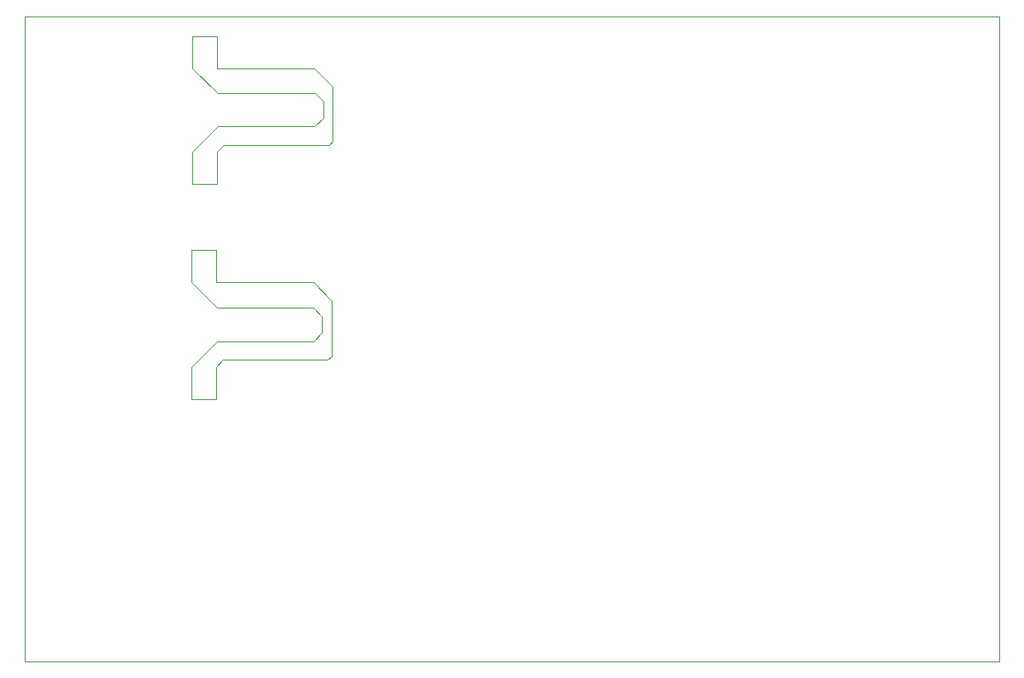
<source format=gbr>
%TF.GenerationSoftware,KiCad,Pcbnew,7.0.9*%
%TF.CreationDate,2024-04-07T16:06:58-05:00*%
%TF.ProjectId,Humidifier Subsystem,48756d69-6469-4666-9965-722053756273,rev?*%
%TF.SameCoordinates,Original*%
%TF.FileFunction,Profile,NP*%
%FSLAX46Y46*%
G04 Gerber Fmt 4.6, Leading zero omitted, Abs format (unit mm)*
G04 Created by KiCad (PCBNEW 7.0.9) date 2024-04-07 16:06:58*
%MOMM*%
%LPD*%
G01*
G04 APERTURE LIST*
%TA.AperFunction,Profile*%
%ADD10C,0.100000*%
%TD*%
G04 APERTURE END LIST*
D10*
X63300000Y-95750000D02*
X64000000Y-95050000D01*
X74200000Y-90600000D02*
X74200000Y-90750000D01*
X73300000Y-89700000D02*
X74200000Y-90600000D01*
X73300000Y-87100000D02*
X75200000Y-89050000D01*
X73300000Y-87100000D02*
X63300000Y-87100000D01*
X63300000Y-87100000D02*
X63300000Y-83800000D01*
X63300000Y-83800000D02*
X60800000Y-83800000D01*
X63400000Y-89700000D02*
X73300000Y-89700000D01*
X60800000Y-83800000D02*
X60800000Y-87100000D01*
X60800000Y-87100000D02*
X63400000Y-89700000D01*
X73400000Y-65100000D02*
X63400000Y-65100000D01*
X75300000Y-67000000D02*
X73400000Y-65100000D01*
X73500000Y-67700000D02*
X73400000Y-67700000D01*
X74300000Y-68500000D02*
X73500000Y-67700000D01*
X74300000Y-70200000D02*
X74300000Y-68500000D01*
X60900000Y-61800000D02*
X60900000Y-65100000D01*
X63400000Y-65100000D02*
X63400000Y-61800000D01*
X63400000Y-61800000D02*
X60900000Y-61800000D01*
X63500000Y-67700000D02*
X73400000Y-67700000D01*
X60900000Y-65100000D02*
X63500000Y-67700000D01*
X60800000Y-99050000D02*
X60800000Y-95750000D01*
X75200000Y-94650000D02*
X74800000Y-95050000D01*
X74200000Y-92250000D02*
X74200000Y-90750000D01*
X74800000Y-95050000D02*
X64000000Y-95050000D01*
X73300000Y-93150000D02*
X74200000Y-92250000D01*
X63300000Y-95750000D02*
X63300000Y-99050000D01*
X63300000Y-99050000D02*
X60800000Y-99050000D01*
X63400000Y-93150000D02*
X73300000Y-93150000D01*
X75200000Y-89050000D02*
X75200000Y-94650000D01*
X60800000Y-95750000D02*
X63400000Y-93150000D01*
X60900000Y-73700000D02*
X63500000Y-71100000D01*
X75300000Y-67000000D02*
X75300000Y-72600000D01*
X63500000Y-71100000D02*
X73400000Y-71100000D01*
X64100000Y-73000000D02*
X63400000Y-73700000D01*
X63400000Y-77000000D02*
X60900000Y-77000000D01*
X63400000Y-73700000D02*
X63400000Y-77000000D01*
X73400000Y-71100000D02*
X74300000Y-70200000D01*
X74900000Y-73000000D02*
X64100000Y-73000000D01*
X75300000Y-72600000D02*
X74900000Y-73000000D01*
X60900000Y-77000000D02*
X60900000Y-73700000D01*
X43700000Y-59800000D02*
X143700000Y-59800000D01*
X143700000Y-126000000D01*
X43700000Y-126000000D01*
X43700000Y-59800000D01*
M02*

</source>
